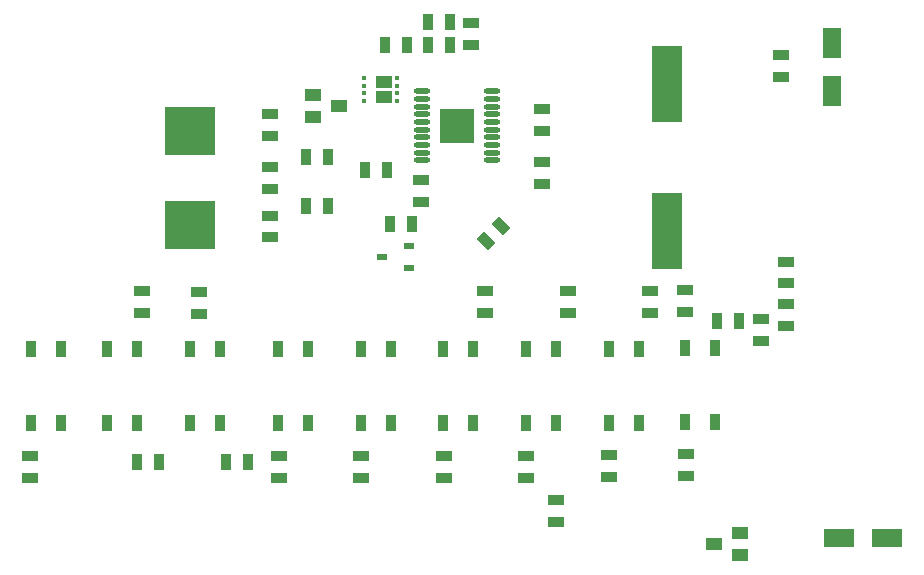
<source format=gbr>
%TF.GenerationSoftware,Altium Limited,Altium Designer,21.0.9 (235)*%
G04 Layer_Color=8421504*
%FSLAX45Y45*%
%MOMM*%
%TF.SameCoordinates,A479D27C-3FE7-47B0-89BC-BDD5A26E56ED*%
%TF.FilePolarity,Positive*%
%TF.FileFunction,Paste,Top*%
%TF.Part,Single*%
G01*
G75*
%TA.AperFunction,SMDPad,CuDef*%
%ADD10R,1.40000X0.95000*%
%ADD11R,1.40000X1.00000*%
%ADD12R,2.50000X6.50000*%
%ADD13R,4.30000X4.10000*%
%ADD14R,1.60000X2.60000*%
%ADD15R,2.60000X1.60000*%
%ADD16R,0.95000X1.40000*%
%ADD21O,1.40000X0.45000*%
G04:AMPARAMS|DCode=22|XSize=1.4mm|YSize=0.95mm|CornerRadius=0mm|HoleSize=0mm|Usage=FLASHONLY|Rotation=135.000|XOffset=0mm|YOffset=0mm|HoleType=Round|Shape=Rectangle|*
%AMROTATEDRECTD22*
4,1,4,0.83085,-0.15910,0.15910,-0.83085,-0.83085,0.15910,-0.15910,0.83085,0.83085,-0.15910,0.0*
%
%ADD22ROTATEDRECTD22*%

%ADD23R,0.90000X1.40000*%
%ADD24R,0.90000X0.60000*%
%TA.AperFunction,NonConductor*%
%ADD51R,0.45000X0.34000*%
%ADD52R,1.44500X1.02000*%
%ADD53R,2.96000X2.96000*%
D10*
X7400000Y2737500D02*
D03*
X5660000Y1392500D02*
D03*
Y1207500D02*
D03*
X7570000Y4977500D02*
D03*
Y5162500D02*
D03*
X4520000Y3917500D02*
D03*
Y4102500D02*
D03*
X3240000Y4662500D02*
D03*
Y4477500D02*
D03*
X5540000Y4702500D02*
D03*
Y4517500D02*
D03*
X3240000Y4212500D02*
D03*
Y4027500D02*
D03*
Y3802500D02*
D03*
Y3617500D02*
D03*
X5540000Y4252500D02*
D03*
Y4067500D02*
D03*
X6750000Y3172500D02*
D03*
Y2987500D02*
D03*
X7610000Y3227500D02*
D03*
Y3412500D02*
D03*
Y2867500D02*
D03*
Y3052500D02*
D03*
X7400000Y2922500D02*
D03*
X3320000Y1762500D02*
D03*
Y1577500D02*
D03*
X1210000Y1762500D02*
D03*
Y1577500D02*
D03*
X6760000Y1782500D02*
D03*
Y1597500D02*
D03*
X4940000Y5247500D02*
D03*
Y5432500D02*
D03*
X2160000Y3162500D02*
D03*
X4710000Y1762500D02*
D03*
Y1577500D02*
D03*
X5410000Y1762500D02*
D03*
Y1577500D02*
D03*
X6110000Y1772500D02*
D03*
Y1587500D02*
D03*
X2640000Y3152500D02*
D03*
Y2967500D02*
D03*
X5060000Y3162500D02*
D03*
Y2977500D02*
D03*
X5760000Y3162500D02*
D03*
Y2977500D02*
D03*
X6460000Y3162500D02*
D03*
Y2977500D02*
D03*
X4010000Y1762500D02*
D03*
Y1577500D02*
D03*
X2160000Y2977500D02*
D03*
D11*
X7000000Y1020000D02*
D03*
X7220000Y1115000D02*
D03*
Y925000D02*
D03*
X3820001Y4730000D02*
D03*
X3600001Y4635000D02*
D03*
Y4825000D02*
D03*
D12*
X6600000Y3670000D02*
D03*
Y4920000D02*
D03*
D13*
X2560000Y4515000D02*
D03*
Y3725000D02*
D03*
D14*
X8000000Y4857500D02*
D03*
Y5262500D02*
D03*
D15*
X8057500Y1070000D02*
D03*
X8462500D02*
D03*
D16*
X3547500Y4300000D02*
D03*
X3732500D02*
D03*
X4047500Y4190000D02*
D03*
X4232500D02*
D03*
X4442500Y3730000D02*
D03*
X4257500D02*
D03*
X3547500Y3880000D02*
D03*
X3732500D02*
D03*
X4762500Y5250000D02*
D03*
X4577500D02*
D03*
X4762500Y5440000D02*
D03*
X4577500D02*
D03*
X3052500Y1720000D02*
D03*
X2867500D02*
D03*
X2302500D02*
D03*
X2117500D02*
D03*
X4402500Y5250000D02*
D03*
X4217500D02*
D03*
X7212500Y2910000D02*
D03*
X7027500D02*
D03*
D21*
X5115001Y4855000D02*
D03*
Y4790000D02*
D03*
Y4725000D02*
D03*
Y4660000D02*
D03*
Y4595000D02*
D03*
Y4530000D02*
D03*
Y4465000D02*
D03*
Y4400000D02*
D03*
Y4335000D02*
D03*
Y4270000D02*
D03*
X4525001D02*
D03*
Y4335000D02*
D03*
Y4400000D02*
D03*
Y4465000D02*
D03*
Y4530000D02*
D03*
Y4595000D02*
D03*
Y4660000D02*
D03*
Y4725000D02*
D03*
Y4790000D02*
D03*
Y4855000D02*
D03*
D22*
X5195407Y3715407D02*
D03*
X5064593Y3584593D02*
D03*
D23*
X3310000Y2045000D02*
D03*
X3564000D02*
D03*
Y2675000D02*
D03*
X3310000D02*
D03*
X2812999Y2675000D02*
D03*
X2558999D02*
D03*
Y2045000D02*
D03*
X2812999D02*
D03*
X1860000Y2675000D02*
D03*
Y2045000D02*
D03*
X2114000D02*
D03*
X1213000Y2045000D02*
D03*
X1467000D02*
D03*
Y2675000D02*
D03*
X1213000D02*
D03*
X7006999Y2685000D02*
D03*
X6752999D02*
D03*
Y2055000D02*
D03*
X7006999D02*
D03*
X4707999Y2045000D02*
D03*
X4961999D02*
D03*
Y2675000D02*
D03*
X4707999D02*
D03*
X5406999Y2045000D02*
D03*
X5660999D02*
D03*
Y2675000D02*
D03*
X5406999D02*
D03*
X6105999Y2045000D02*
D03*
X6359999D02*
D03*
Y2675000D02*
D03*
X6105999D02*
D03*
X4009000Y2045000D02*
D03*
X4263000D02*
D03*
Y2675000D02*
D03*
X4009000D02*
D03*
X2114000Y2675000D02*
D03*
D24*
X4415000Y3355000D02*
D03*
Y3545000D02*
D03*
X4185000Y3450000D02*
D03*
D51*
X4032100Y4967575D02*
D03*
X4032100Y4902276D02*
D03*
Y4836974D02*
D03*
Y4771677D02*
D03*
X4319101Y4772573D02*
D03*
X4319101Y4837578D02*
D03*
X4319100Y4902572D02*
D03*
X4319101Y4967574D02*
D03*
D52*
X4201849Y4806574D02*
D03*
X4201850Y4933574D02*
D03*
D53*
X4820001Y4562501D02*
D03*
%TF.MD5,ba621e890da4c4066d3395e2328d0c75*%
M02*

</source>
